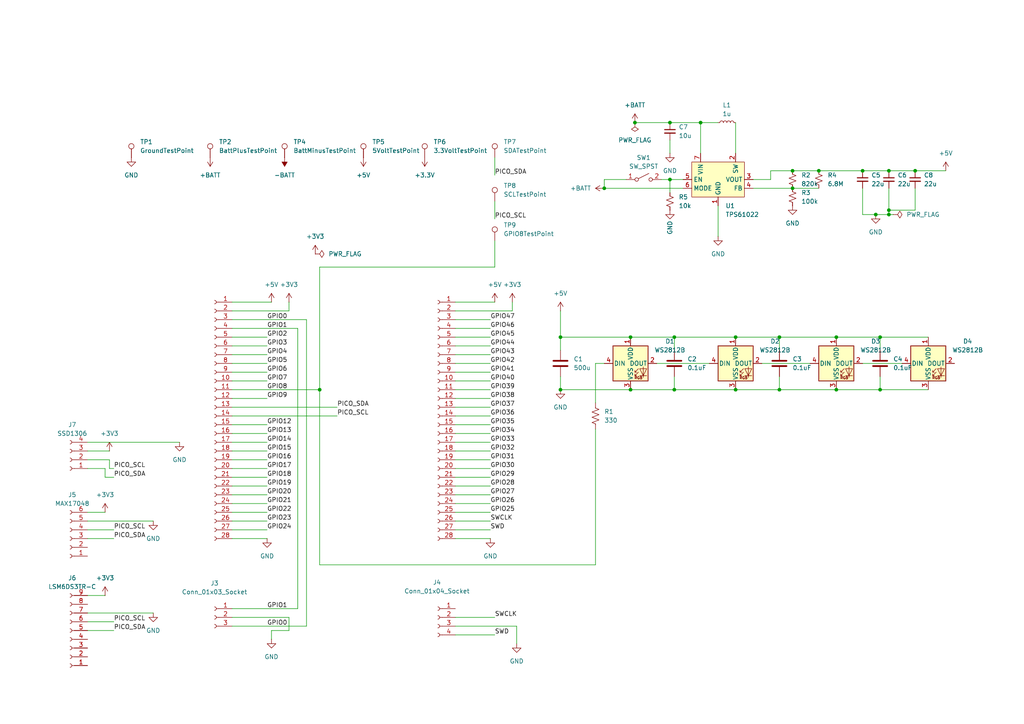
<source format=kicad_sch>
(kicad_sch (version 20250114) (generator "eeschema") (generator_version "9.0")
  (paper "A4")
  (lib_symbols
    (symbol "Connector:Conn_01x03_Socket" (pin_names (offset 1.016) (hide yes))
      (property "Reference" "J" (at 0 5.08 0))
      (property "Value" "Conn_01x03_Socket" (at 0 -5.08 0))
      (symbol "Conn_01x03_Socket_1_1"
        (polyline (pts (xy -1.27 2.54) (xy -0.508 2.54)) (stroke (width 0.1524)))
        (polyline (pts (xy -1.27 0) (xy -0.508 0)) (stroke (width 0.1524)))
        (polyline (pts (xy -1.27 -2.54) (xy -0.508 -2.54)) (stroke (width 0.1524)))
        (arc (start 0 2.032) (mid -0.5058 2.54) (end 0 3.048) (stroke (width 0.1524)))
        (arc (start 0 -0.508) (mid -0.5058 0) (end 0 0.508) (stroke (width 0.1524)))
        (arc (start 0 -3.048) (mid -0.5058 -2.54) (end 0 -2.032) (stroke (width 0.1524)))
        (pin passive line (at -5.08 2.54 0) (length 3.81) (name "Pin_1") (number "1"))
        (pin passive line (at -5.08 0 0) (length 3.81) (name "Pin_2") (number "2"))
        (pin passive line (at -5.08 -2.54 0) (length 3.81) (name "Pin_3") (number "3"))
      )
    )
    (symbol "Connector:Conn_01x04_Socket" (pin_names (offset 1.016) (hide yes))
      (property "Reference" "J" (at 0 5.08 0))
      (property "Value" "Conn_01x04_Socket" (at 0 -7.62 0))
      (symbol "Conn_01x04_Socket_1_1"
        (polyline (pts (xy -1.27 2.54) (xy -0.508 2.54)) (stroke (width 0.1524)))
        (polyline (pts (xy -1.27 0) (xy -0.508 0)) (stroke (width 0.1524)))
        (polyline (pts (xy -1.27 -2.54) (xy -0.508 -2.54)) (stroke (width 0.1524)))
        (polyline (pts (xy -1.27 -5.08) (xy -0.508 -5.08)) (stroke (width 0.1524)))
        (arc (start 0 2.032) (mid -0.5058 2.54) (end 0 3.048) (stroke (width 0.1524)))
        (arc (start 0 -0.508) (mid -0.5058 0) (end 0 0.508) (stroke (width 0.1524)))
        (arc (start 0 -3.048) (mid -0.5058 -2.54) (end 0 -2.032) (stroke (width 0.1524)))
        (arc (start 0 -5.588) (mid -0.5058 -5.08) (end 0 -4.572) (stroke (width 0.1524)))
        (pin passive line (at -5.08 2.54 0) (length 3.81) (name "Pin_1") (number "1"))
        (pin passive line (at -5.08 0 0) (length 3.81) (name "Pin_2") (number "2"))
        (pin passive line (at -5.08 -2.54 0) (length 3.81) (name "Pin_3") (number "3"))
        (pin passive line (at -5.08 -5.08 0) (length 3.81) (name "Pin_4") (number "4"))
      )
    )
    (symbol "Connector:Conn_01x06_Socket" (pin_names (offset 1.016) (hide yes))
      (property "Reference" "J" (at 0 7.62 0))
      (property "Value" "Conn_01x06_Socket" (at 0 -10.16 0))
      (symbol "Conn_01x06_Socket_1_1"
        (polyline (pts (xy -1.27 5.08) (xy -0.508 5.08)) (stroke (width 0.1524)))
        (polyline (pts (xy -1.27 2.54) (xy -0.508 2.54)) (stroke (width 0.1524)))
        (polyline (pts (xy -1.27 0) (xy -0.508 0)) (stroke (width 0.1524)))
        (polyline (pts (xy -1.27 -2.54) (xy -0.508 -2.54)) (stroke (width 0.1524)))
        (polyline (pts (xy -1.27 -5.08) (xy -0.508 -5.08)) (stroke (width 0.1524)))
        (polyline (pts (xy -1.27 -7.62) (xy -0.508 -7.62)) (stroke (width 0.1524)))
        (arc (start 0 4.572) (mid -0.5058 5.08) (end 0 5.588) (stroke (width 0.1524)))
        (arc (start 0 2.032) (mid -0.5058 2.54) (end 0 3.048) (stroke (width 0.1524)))
        (arc (start 0 -0.508) (mid -0.5058 0) (end 0 0.508) (stroke (width 0.1524)))
        (arc (start 0 -3.048) (mid -0.5058 -2.54) (end 0 -2.032) (stroke (width 0.1524)))
        (arc (start 0 -5.588) (mid -0.5058 -5.08) (end 0 -4.572) (stroke (width 0.1524)))
        (arc (start 0 -8.128) (mid -0.5058 -7.62) (end 0 -7.112) (stroke (width 0.1524)))
        (pin passive line (at -5.08 5.08 0) (length 3.81) (name "Pin_1") (number "1"))
        (pin passive line (at -5.08 2.54 0) (length 3.81) (name "Pin_2") (number "2"))
        (pin passive line (at -5.08 0 0) (length 3.81) (name "Pin_3") (number "3"))
        (pin passive line (at -5.08 -2.54 0) (length 3.81) (name "Pin_4") (number "4"))
        (pin passive line (at -5.08 -5.08 0) (length 3.81) (name "Pin_5") (number "5"))
        (pin passive line (at -5.08 -7.62 0) (length 3.81) (name "Pin_6") (number "6"))
      )
    )
    (symbol "Connector:Conn_01x09_Socket" (pin_names (offset 1.016) (hide yes))
      (property "Reference" "J" (at 0 12.7 0))
      (property "Value" "Conn_01x09_Socket" (at 0 -12.7 0))
      (symbol "Conn_01x09_Socket_1_1"
        (polyline (pts (xy -1.27 10.16) (xy -0.508 10.16)) (stroke (width 0.1524)))
        (polyline (pts (xy -1.27 7.62) (xy -0.508 7.62)) (stroke (width 0.1524)))
        (polyline (pts (xy -1.27 5.08) (xy -0.508 5.08)) (stroke (width 0.1524)))
        (polyline (pts (xy -1.27 2.54) (xy -0.508 2.54)) (stroke (width 0.1524)))
        (polyline (pts (xy -1.27 0) (xy -0.508 0)) (stroke (width 0.1524)))
        (polyline (pts (xy -1.27 -2.54) (xy -0.508 -2.54)) (stroke (width 0.1524)))
        (polyline (pts (xy -1.27 -5.08) (xy -0.508 -5.08)) (stroke (width 0.1524)))
        (polyline (pts (xy -1.27 -7.62) (xy -0.508 -7.62)) (stroke (width 0.1524)))
        (polyline (pts (xy -1.27 -10.16) (xy -0.508 -10.16)) (stroke (width 0.1524)))
        (arc (start 0 9.652) (mid -0.5058 10.16) (end 0 10.668) (stroke (width 0.1524)))
        (arc (start 0 7.112) (mid -0.5058 7.62) (end 0 8.128) (stroke (width 0.1524)))
        (arc (start 0 4.572) (mid -0.5058 5.08) (end 0 5.588) (stroke (width 0.1524)))
        (arc (start 0 2.032) (mid -0.5058 2.54) (end 0 3.048) (stroke (width 0.1524)))
        (arc (start 0 -0.508) (mid -0.5058 0) (end 0 0.508) (stroke (width 0.1524)))
        (arc (start 0 -3.048) (mid -0.5058 -2.54) (end 0 -2.032) (stroke (width 0.1524)))
        (arc (start 0 -5.588) (mid -0.5058 -5.08) (end 0 -4.572) (stroke (width 0.1524)))
        (arc (start 0 -8.128) (mid -0.5058 -7.62) (end 0 -7.112) (stroke (width 0.1524)))
        (arc (start 0 -10.668) (mid -0.5058 -10.16) (end 0 -9.652) (stroke (width 0.1524)))
        (pin passive line (at -5.08 10.16 0) (length 3.81) (name "Pin_1") (number "1"))
        (pin passive line (at -5.08 7.62 0) (length 3.81) (name "Pin_2") (number "2"))
        (pin passive line (at -5.08 5.08 0) (length 3.81) (name "Pin_3") (number "3"))
        (pin passive line (at -5.08 2.54 0) (length 3.81) (name "Pin_4") (number "4"))
        (pin passive line (at -5.08 0 0) (length 3.81) (name "Pin_5") (number "5"))
        (pin passive line (at -5.08 -2.54 0) (length 3.81) (name "Pin_6") (number "6"))
        (pin passive line (at -5.08 -5.08 0) (length 3.81) (name "Pin_7") (number "7"))
        (pin passive line (at -5.08 -7.62 0) (length 3.81) (name "Pin_8") (number "8"))
        (pin passive line (at -5.08 -10.16 0) (length 3.81) (name "Pin_9") (number "9"))
      )
    )
    (symbol "Connector:Conn_01x28_Socket" (pin_names (offset 1.016) (hide yes))
      (property "Reference" "J" (at 0 35.56 0))
      (property "Value" "Conn_01x28_Socket" (at 0 -38.1 0))
      (symbol "Conn_01x28_Socket_1_1"
        (polyline (pts (xy -1.27 33.02) (xy -0.508 33.02)) (stroke (width 0.1524)))
        (polyline (pts (xy -1.27 30.48) (xy -0.508 30.48)) (stroke (width 0.1524)))
        (polyline (pts (xy -1.27 27.94) (xy -0.508 27.94)) (stroke (width 0.1524)))
        (polyline (pts (xy -1.27 25.4) (xy -0.508 25.4)) (stroke (width 0.1524)))
        (polyline (pts (xy -1.27 22.86) (xy -0.508 22.86)) (stroke (width 0.1524)))
        (polyline (pts (xy -1.27 20.32) (xy -0.508 20.32)) (stroke (width 0.1524)))
        (polyline (pts (xy -1.27 17.78) (xy -0.508 17.78)) (stroke (width 0.1524)))
        (polyline (pts (xy -1.27 15.24) (xy -0.508 15.24)) (stroke (width 0.1524)))
        (polyline (pts (xy -1.27 12.7) (xy -0.508 12.7)) (stroke (width 0.1524)))
        (polyline (pts (xy -1.27 10.16) (xy -0.508 10.16)) (stroke (width 0.1524)))
        (polyline (pts (xy -1.27 7.62) (xy -0.508 7.62)) (stroke (width 0.1524)))
        (polyline (pts (xy -1.27 5.08) (xy -0.508 5.08)) (stroke (width 0.1524)))
        (polyline (pts (xy -1.27 2.54) (xy -0.508 2.54)) (stroke (width 0.1524)))
        (polyline (pts (xy -1.27 0) (xy -0.508 0)) (stroke (width 0.1524)))
        (polyline (pts (xy -1.27 -2.54) (xy -0.508 -2.54)) (stroke (width 0.1524)))
        (polyline (pts (xy -1.27 -5.08) (xy -0.508 -5.08)) (stroke (width 0.1524)))
        (polyline (pts (xy -1.27 -7.62) (xy -0.508 -7.62)) (stroke (width 0.1524)))
        (polyline (pts (xy -1.27 -10.16) (xy -0.508 -10.16)) (stroke (width 0.1524)))
        (polyline (pts (xy -1.27 -12.7) (xy -0.508 -12.7)) (stroke (width 0.1524)))
        (polyline (pts (xy -1.27 -15.24) (xy -0.508 -15.24)) (stroke (width 0.1524)))
        (polyline (pts (xy -1.27 -17.78) (xy -0.508 -17.78)) (stroke (width 0.1524)))
        (polyline (pts (xy -1.27 -20.32) (xy -0.508 -20.32)) (stroke (width 0.1524)))
        (polyline (pts (xy -1.27 -22.86) (xy -0.508 -22.86)) (stroke (width 0.1524)))
        (polyline (pts (xy -1.27 -25.4) (xy -0.508 -25.4)) (stroke (width 0.1524)))
        (polyline (pts (xy -1.27 -27.94) (xy -0.508 -27.94)) (stroke (width 0.1524)))
        (polyline (pts (xy -1.27 -30.48) (xy -0.508 -30.48)) (stroke (width 0.1524)))
        (polyline (pts (xy -1.27 -33.02) (xy -0.508 -33.02)) (stroke (width 0.1524)))
        (polyline (pts (xy -1.27 -35.56) (xy -0.508 -35.56)) (stroke (width 0.1524)))
        (arc (start 0 32.512) (mid -0.5058 33.02) (end 0 33.528) (stroke (width 0.1524)))
        (arc (start 0 29.972) (mid -0.5058 30.48) (end 0 30.988) (stroke (width 0.1524)))
        (arc (start 0 27.432) (mid -0.5058 27.94) (end 0 28.448) (stroke (width 0.1524)))
        (arc (start 0 24.892) (mid -0.5058 25.4) (end 0 25.908) (stroke (width 0.1524)))
        (arc (start 0 22.352) (mid -0.5058 22.86) (end 0 23.368) (stroke (width 0.1524)))
        (arc (start 0 19.812) (mid -0.5058 20.32) (end 0 20.828) (stroke (width 0.1524)))
        (arc (start 0 17.272) (mid -0.5058 17.78) (end 0 18.288) (stroke (width 0.1524)))
        (arc (start 0 14.732) (mid -0.5058 15.24) (end 0 15.748) (stroke (width 0.1524)))
        (arc (start 0 12.192) (mid -0.5058 12.7) (end 0 13.208) (stroke (width 0.1524)))
        (arc (start 0 9.652) (mid -0.5058 10.16) (end 0 10.668) (stroke (width 0.1524)))
        (arc (start 0 7.112) (mid -0.5058 7.62) (end 0 8.128) (stroke (width 0.1524)))
        (arc (start 0 4.572) (mid -0.5058 5.08) (end 0 5.588) (stroke (width 0.1524)))
        (arc (start 0 2.032) (mid -0.5058 2.54) (end 0 3.048) (stroke (width 0.1524)))
        (arc (start 0 -0.508) (mid -0.5058 0) (end 0 0.508) (stroke (width 0.1524)))
        (arc (start 0 -3.048) (mid -0.5058 -2.54) (end 0 -2.032) (stroke (width 0.1524)))
        (arc (start 0 -5.588) (mid -0.5058 -5.08) (end 0 -4.572) (stroke (width 0.1524)))
        (arc (start 0 -8.128) (mid -0.5058 -7.62) (end 0 -7.112) (stroke (width 0.1524)))
        (arc (start 0 -10.668) (mid -0.5058 -10.16) (end 0 -9.652) (stroke (width 0.1524)))
        (arc (start 0 -13.208) (mid -0.5058 -12.7) (end 0 -12.192) (stroke (width 0.1524)))
        (arc (start 0 -15.748) (mid -0.5058 -15.24) (end 0 -14.732) (stroke (width 0.1524)))
        (arc (start 0 -18.288) (mid -0.5058 -17.78) (end 0 -17.272) (stroke (width 0.1524)))
        (arc (start 0 -20.828) (mid -0.5058 -20.32) (end 0 -19.812) (stroke (width 0.1524)))
        (arc (start 0 -23.368) (mid -0.5058 -22.86) (end 0 -22.352) (stroke (width 0.1524)))
        (arc (start 0 -25.908) (mid -0.5058 -25.4) (end 0 -24.892) (stroke (width 0.1524)))
        (arc (start 0 -28.448) (mid -0.5058 -27.94) (end 0 -27.432) (stroke (width 0.1524)))
        (arc (start 0 -30.988) (mid -0.5058 -30.48) (end 0 -29.972) (stroke (width 0.1524)))
        (arc (start 0 -33.528) (mid -0.5058 -33.02) (end 0 -32.512) (stroke (width 0.1524)))
        (arc (start 0 -36.068) (mid -0.5058 -35.56) (end 0 -35.052) (stroke (width 0.1524)))
        (pin passive line (at -5.08 33.02 0) (length 3.81) (name "Pin_1") (number "1"))
        (pin passive line (at -5.08 30.48 0) (length 3.81) (name "Pin_2") (number "2"))
        (pin passive line (at -5.08 27.94 0) (length 3.81) (name "Pin_3") (number "3"))
        (pin passive line (at -5.08 25.4 0) (length 3.81) (name "Pin_4") (number "4"))
        (pin passive line (at -5.08 22.86 0) (length 3.81) (name "Pin_5") (number "5"))
        (pin passive line (at -5.08 20.32 0) (length 3.81) (name "Pin_6") (number "6"))
        (pin passive line (at -5.08 17.78 0) (length 3.81) (name "Pin_7") (number "7"))
        (pin passive line (at -5.08 15.24 0) (length 3.81) (name "Pin_8") (number "8"))
        (pin passive line (at -5.08 12.7 0) (length 3.81) (name "Pin_9") (number "9"))
        (pin passive line (at -5.08 10.16 0) (length 3.81) (name "Pin_10") (number "10"))
        (pin passive line (at -5.08 7.62 0) (length 3.81) (name "Pin_11") (number "11"))
        (pin passive line (at -5.08 5.08 0) (length 3.81) (name "Pin_12") (number "12"))
        (pin passive line (at -5.08 2.54 0) (length 3.81) (name "Pin_13") (number "13"))
        (pin passive line (at -5.08 0 0) (length 3.81) (name "Pin_14") (number "14"))
        (pin passive line (at -5.08 -2.54 0) (length 3.81) (name "Pin_15") (number "15"))
        (pin passive line (at -5.08 -5.08 0) (length 3.81) (name "Pin_16") (number "16"))
        (pin passive line (at -5.08 -7.62 0) (length 3.81) (name "Pin_17") (number "17"))
        (pin passive line (at -5.08 -10.16 0) (length 3.81) (name "Pin_18") (number "18"))
        (pin passive line (at -5.08 -12.7 0) (length 3.81) (name "Pin_19") (number "19"))
        (pin passive line (at -5.08 -15.24 0) (length 3.81) (name "Pin_20") (number "20"))
        (pin passive line (at -5.08 -17.78 0) (length 3.81) (name "Pin_21") (number "21"))
        (pin passive line (at -5.08 -20.32 0) (length 3.81) (name "Pin_22") (number "22"))
        (pin passive line (at -5.08 -22.86 0) (length 3.81) (name "Pin_23") (number "23"))
        (pin passive line (at -5.08 -25.4 0) (length 3.81) (name "Pin_24") (number "24"))
        (pin passive line (at -5.08 -27.94 0) (length 3.81) (name "Pin_25") (number "25"))
        (pin passive line (at -5.08 -30.48 0) (length 3.81) (name "Pin_26") (number "26"))
        (pin passive line (at -5.08 -33.02 0) (length 3.81) (name "Pin_27") (number "27"))
        (pin passive line (at -5.08 -35.56 0) (length 3.81) (name "Pin_28") (number "28"))
      )
    )
    (symbol "Connector:TestPoint" (pin_numbers (hide yes)) (pin_names (offset 0.762) (hide yes))
      (property "Reference" "TP" (at 0 6.858 0))
      (property "Value" "TestPoint" (at 0 5.08 0))
      (symbol "TestPoint_0_1"
        (circle (center 0 3.302) (radius 0.762))
      )
      (symbol "TestPoint_1_1"
        (pin passive line (at 0 0 90) (length 2.54) (name "1") (number "1"))
      )
    )
    (symbol "Converter_DCDC:TPS61022"
      (property "Reference" "U" (at 0 7.62 0))
      (property "Value" "TPS61022" (at 7.62 -7.62 0))
      (symbol "TPS61022_1_1"
        (rectangle (start -7.62 5.08) (end 7.62 -5.08) (fill (type background)))
        (pin input line (at -10.16 0 0) (length 2.54) (name "EN") (number "5"))
        (pin input line (at -10.16 -2.54 0) (length 2.54) (name "MODE") (number "6"))
        (pin power_in line (at -5.08 7.62 270) (length 2.54) (name "VIN") (number "7"))
        (pin power_in line (at 0 -7.62 90) (length 2.54) (name "GND") (number "1"))
        (pin input line (at 5.08 7.62 270) (length 2.54) (name "SW") (number "2"))
        (pin power_out line (at 10.16 0 180) (length 2.54) (name "VOUT") (number "3"))
        (pin input line (at 10.16 -2.54 180) (length 2.54) (name "FB") (number "4"))
      )
    )
    (symbol "Device:C" (pin_numbers (hide yes)) (pin_names (offset 0.254))
      (property "Reference" "C" (at 0.635 2.54 0))
      (property "Value" "C" (at 0.635 -2.54 0))
      (symbol "C_0_1"
        (polyline (pts (xy -2.032 0.762) (xy 2.032 0.762)) (stroke (width 0.508)))
        (polyline (pts (xy -2.032 -0.762) (xy 2.032 -0.762)) (stroke (width 0.508)))
      )
      (symbol "C_1_1"
        (pin passive line (at 0 3.81 270) (length 2.794) (name "~") (number "1"))
        (pin passive line (at 0 -3.81 90) (length 2.794) (name "~") (number "2"))
      )
    )
    (symbol "Device:C_Small" (pin_numbers (hide yes)) (pin_names (offset 0.254) (hide yes))
      (property "Reference" "C" (at 0.254 1.778 0))
      (property "Value" "C_Small" (at 0.254 -2.032 0))
      (symbol "C_Small_0_1"
        (polyline (pts (xy -1.524 0.508) (xy 1.524 0.508)) (stroke (width 0.3048)))
        (polyline (pts (xy -1.524 -0.508) (xy 1.524 -0.508)) (stroke (width 0.3302)))
      )
      (symbol "C_Small_1_1"
        (pin passive line (at 0 2.54 270) (length 2.032) (name "~") (number "1"))
        (pin passive line (at 0 -2.54 90) (length 2.032) (name "~") (number "2"))
      )
    )
    (symbol "Device:L_Small" (pin_numbers (hide yes)) (pin_names (offset 0.254) (hide yes))
      (property "Reference" "L" (at 0.762 1.016 0))
      (property "Value" "L_Small" (at 0.762 -1.016 0))
      (symbol "L_Small_0_1"
        (arc (start 0 2.032) (mid 0.5058 1.524) (end 0 1.016))
        (arc (start 0 1.016) (mid 0.5058 0.508) (end 0 0))
        (arc (start 0 0) (mid 0.5058 -0.508) (end 0 -1.016))
        (arc (start 0 -1.016) (mid 0.5058 -1.524) (end 0 -2.032))
      )
      (symbol "L_Small_1_1"
        (pin passive line (at 0 2.54 270) (length 0.508) (name "~") (number "1"))
        (pin passive line (at 0 -2.54 90) (length 0.508) (name "~") (number "2"))
      )
    )
    (symbol "Device:R_Small_US" (pin_numbers (hide yes)) (pin_names (offset 0.254) (hide yes))
      (property "Reference" "R" (at 0.762 0.508 0))
      (property "Value" "R_Small_US" (at 0.762 -1.016 0))
      (symbol "R_Small_US_1_1"
        (polyline (pts (xy 0 1.524) (xy 1.016 1.143) (xy 0 0.762) (xy -1.016 0.381) (xy 0 0)))
        (polyline (pts (xy 0 0) (xy 1.016 -0.381) (xy 0 -0.762) (xy -1.016 -1.143) (xy 0 -1.524)))
        (pin passive line (at 0 2.54 270) (length 1.016) (name "~") (number "1"))
        (pin passive line (at 0 -2.54 90) (length 1.016) (name "~") (number "2"))
      )
    )
    (symbol "Device:R_US" (pin_numbers (hide yes)) (pin_names (offset 0))
      (property "Reference" "R" (at 2.54 0 90))
      (property "Value" "R_US" (at -2.54 0 90))
      (symbol "R_US_0_1"
        (polyline (pts (xy 0 2.286) (xy 0 2.54)))
        (polyline (pts (xy 0 2.286) (xy 1.016 1.905) (xy 0 1.524) (xy -1.016 1.143) (xy 0 0.762)))
        (polyline (pts (xy 0 0.762) (xy 1.016 0.381) (xy 0 0) (xy -1.016 -0.381) (xy 0 -0.762)))
        (polyline (pts (xy 0 -0.762) (xy 1.016 -1.143) (xy 0 -1.524) (xy -1.016 -1.905) (xy 0 -2.286)))
        (polyline (pts (xy 0 -2.286) (xy 0 -2.54)))
      )
      (symbol "R_US_1_1"
        (pin passive line (at 0 3.81 270) (length 1.27) (name "~") (number "1"))
        (pin passive line (at 0 -3.81 90) (length 1.27) (name "~") (number "2"))
      )
    )
    (symbol "LED:WS2812B" (pin_names (offset 0.254))
      (property "Reference" "D" (at 5.08 5.715 0))
      (property "Value" "WS2812B" (at 1.27 -5.715 0))
      (symbol "WS2812B_0_0"
        (text "RGB" (at 2.286 -4.191 0) (effects (font (size 0.762 0.762))))
      )
      (symbol "WS2812B_0_1"
        (polyline (pts (xy 1.27 -2.54) (xy 1.778 -2.54)))
        (polyline (pts (xy 1.27 -3.556) (xy 1.778 -3.556)))
        (polyline (pts (xy 2.286 -1.524) (xy 1.27 -2.54) (xy 1.27 -2.032)))
        (polyline (pts (xy 2.286 -2.54) (xy 1.27 -3.556) (xy 1.27 -3.048)))
        (polyline (pts (xy 3.683 -1.016) (xy 3.683 -3.556) (xy 3.683 -4.064)))
        (polyline (pts (xy 4.699 -1.524) (xy 2.667 -1.524) (xy 3.683 -3.556) (xy 4.699 -1.524)))
        (polyline (pts (xy 4.699 -3.556) (xy 2.667 -3.556)))
        (rectangle (start 5.08 5.08) (end -5.08 -5.08) (stroke (width 0.254)) (fill (type background)))
      )
      (symbol "WS2812B_1_1"
        (pin input line (at -7.62 0 0) (length 2.54) (name "DIN") (number "4"))
        (pin power_in line (at 0 7.62 270) (length 2.54) (name "VDD") (number "1"))
        (pin power_in line (at 0 -7.62 90) (length 2.54) (name "VSS") (number "3"))
        (pin output line (at 7.62 0 180) (length 2.54) (name "DOUT") (number "2"))
      )
    )
    (symbol "Switch:SW_SPST" (pin_names (offset 0) (hide yes))
      (property "Reference" "SW" (at 0 3.175 0))
      (property "Value" "SW_SPST" (at 0 -2.54 0))
      (symbol "SW_SPST_0_0"
        (circle (center -2.032 0) (radius 0.508))
        (polyline (pts (xy -1.524 0.254) (xy 1.524 1.778)))
        (circle (center 2.032 0) (radius 0.508))
      )
      (symbol "SW_SPST_1_1"
        (pin passive line (at -5.08 0 0) (length 2.54) (name "A") (number "1"))
        (pin passive line (at 5.08 0 180) (length 2.54) (name "B") (number "2"))
      )
    )
    (symbol "power:+3.3V" (power) (pin_numbers (hide yes)) (pin_names (offset 0) (hide yes))
      (property "Value" "+3.3V" (at 0 3.556 0))
      (symbol "+3.3V_0_1"
        (polyline (pts (xy -0.762 1.27) (xy 0 2.54)))
        (polyline (pts (xy 0 2.54) (xy 0.762 1.27)))
        (polyline (pts (xy 0 0) (xy 0 2.54)))
      )
      (symbol "+3.3V_1_1"
        (pin power_in line (at 0 0 90) (length 0) (name "~") (number "1"))
      )
    )
    (symbol "power:+3V3" (power) (pin_numbers (hide yes)) (pin_names (offset 0) (hide yes))
      (property "Value" "+3V3" (at 0 3.556 0))
      (symbol "+3V3_0_1"
        (polyline (pts (xy -0.762 1.27) (xy 0 2.54)))
        (polyline (pts (xy 0 2.54) (xy 0.762 1.27)))
        (polyline (pts (xy 0 0) (xy 0 2.54)))
      )
      (symbol "+3V3_1_1"
        (pin power_in line (at 0 0 90) (length 0) (name "~") (number "1"))
      )
    )
    (symbol "power:+5V" (power) (pin_numbers (hide yes)) (pin_names (offset 0) (hide yes))
      (property "Value" "+5V" (at 0 3.556 0))
      (symbol "+5V_0_1"
        (polyline (pts (xy -0.762 1.27) (xy 0 2.54)))
        (polyline (pts (xy 0 2.54) (xy 0.762 1.27)))
        (polyline (pts (xy 0 0) (xy 0 2.54)))
      )
      (symbol "+5V_1_1"
        (pin power_in line (at 0 0 90) (length 0) (name "~") (number "1"))
      )
    )
    (symbol "power:+BATT" (power) (pin_numbers (hide yes)) (pin_names (offset 0) (hide yes))
      (property "Value" "+BATT" (at 0 3.556 0))
      (symbol "+BATT_0_1"
        (polyline (pts (xy -0.762 1.27) (xy 0 2.54)))
        (polyline (pts (xy 0 2.54) (xy 0.762 1.27)))
        (polyline (pts (xy 0 0) (xy 0 2.54)))
      )
      (symbol "+BATT_1_1"
        (pin power_in line (at 0 0 90) (length 0) (name "~") (number "1"))
      )
    )
    (symbol "power:-BATT" (power) (pin_numbers (hide yes)) (pin_names (offset 0) (hide yes))
      (property "Value" "-BATT" (at 0 3.556 0))
      (symbol "-BATT_0_1"
        (polyline (pts (xy 0 0) (xy 0 2.54)))
        (polyline (pts (xy 0.762 1.27) (xy -0.762 1.27) (xy 0 2.54) (xy 0.762 1.27)) (fill (type outline)))
      )
      (symbol "-BATT_1_1"
        (pin power_in line (at 0 0 90) (length 0) (name "~") (number "1"))
      )
    )
    (symbol "power:GND" (power) (pin_numbers (hide yes)) (pin_names (offset 0) (hide yes))
      (property "Value" "GND" (at 0 -3.81 0))
      (symbol "GND_0_1"
        (polyline (pts (xy 0 0) (xy 0 -1.27) (xy 1.27 -1.27) (xy 0 -2.54) (xy -1.27 -1.27) (xy 0 -1.27)))
      )
      (symbol "GND_1_1"
        (pin power_in line (at 0 0 270) (length 0) (name "~") (number "1"))
      )
    )
    (symbol "power:PWR_FLAG" (power) (pin_numbers (hide yes)) (pin_names (offset 0) (hide yes))
      (property "Value" "PWR_FLAG" (at 0 3.81 0))
      (symbol "PWR_FLAG_0_0"
        (pin power_out line (at 0 0 90) (length 0) (name "~") (number "1"))
      )
      (symbol "PWR_FLAG_0_1"
        (polyline (pts (xy 0 0) (xy 0 1.27) (xy -1.016 1.905) (xy 0 2.54) (xy 1.016 1.905) (xy 0 1.27)))
      )
    )
  )
  (junction (at 175.26 54.61))
  (junction (at 203.2 35.56))
  (junction (at 213.36 113.03))
  (junction (at 237.49 49.53))
  (junction (at 194.31 35.56))
  (junction (at 195.58 97.79))
  (junction (at 257.81 62.23))
  (junction (at 92.71 113.03))
  (junction (at 257.81 49.53))
  (junction (at 195.58 113.03))
  (junction (at 162.56 113.03))
  (junction (at 213.36 97.79))
  (junction (at 257.81 60.96))
  (junction (at 182.88 97.79))
  (junction (at 250.19 49.53))
  (junction (at 242.57 113.03))
  (junction (at 226.06 113.03))
  (junction (at 229.87 49.53))
  (junction (at 265.43 49.53))
  (junction (at 226.06 97.79))
  (junction (at 162.56 97.79))
  (junction (at 255.27 113.03))
  (junction (at 184.15 35.56))
  (junction (at 242.57 97.79))
  (junction (at 254 62.23))
  (junction (at 194.31 52.07))
  (junction (at 229.87 54.61))
  (junction (at 255.27 97.79))
  (junction (at 182.88 113.03))
  (wire (pts (xy 142.24 115.57) (xy 132.08 115.57)))
  (wire (pts (xy 67.31 148.59) (xy 77.47 148.59)))
  (wire (pts (xy 142.24 92.71) (xy 132.08 92.71)))
  (wire (pts (xy 175.26 52.07) (xy 175.26 54.61)))
  (wire (pts (xy 213.36 97.79) (xy 226.06 97.79)))
  (wire (pts (xy 25.4 130.81) (xy 31.75 130.81)))
  (wire (pts (xy 67.31 135.89) (xy 77.47 135.89)))
  (wire (pts (xy 142.24 102.87) (xy 132.08 102.87)))
  (wire (pts (xy 67.31 156.21) (xy 77.47 156.21)))
  (wire (pts (xy 242.57 113.03) (xy 255.27 113.03)))
  (wire (pts (xy 257.81 54.61) (xy 257.81 60.96)))
  (wire (pts (xy 67.31 123.19) (xy 77.47 123.19)))
  (wire (pts (xy 67.31 153.67) (xy 77.47 153.67)))
  (wire (pts (xy 142.24 133.35) (xy 132.08 133.35)))
  (wire (pts (xy 162.56 109.22) (xy 162.56 113.03)))
  (wire (pts (xy 67.31 146.05) (xy 77.47 146.05)))
  (wire (pts (xy 265.43 54.61) (xy 265.43 60.96)))
  (wire (pts (xy 67.31 128.27) (xy 77.47 128.27)))
  (wire (pts (xy 67.31 130.81) (xy 77.47 130.81)))
  (wire (pts (xy 195.58 113.03) (xy 213.36 113.03)))
  (wire (pts (xy 229.87 49.53) (xy 237.49 49.53)))
  (wire (pts (xy 194.31 40.64) (xy 194.31 44.45)))
  (wire (pts (xy 30.48 138.43) (xy 33.02 138.43)))
  (wire (pts (xy 172.72 163.83) (xy 92.71 163.83)))
  (wire (pts (xy 25.4 182.88) (xy 33.02 182.88)))
  (wire (pts (xy 220.98 105.41) (xy 234.95 105.41)))
  (wire (pts (xy 142.24 125.73) (xy 132.08 125.73)))
  (wire (pts (xy 142.24 148.59) (xy 132.08 148.59)))
  (wire (pts (xy 226.06 97.79) (xy 242.57 97.79)))
  (wire (pts (xy 143.51 58.42) (xy 143.51 63.5)))
  (wire (pts (xy 255.27 113.03) (xy 269.24 113.03)))
  (wire (pts (xy 142.24 120.65) (xy 132.08 120.65)))
  (wire (pts (xy 142.24 143.51) (xy 132.08 143.51)))
  (wire (pts (xy 237.49 49.53) (xy 250.19 49.53)))
  (wire (pts (xy 83.82 179.07) (xy 83.82 182.88)))
  (wire (pts (xy 250.19 49.53) (xy 257.81 49.53)))
  (wire (pts (xy 142.24 107.95) (xy 132.08 107.95)))
  (wire (pts (xy 191.77 52.07) (xy 194.31 52.07)))
  (wire (pts (xy 257.81 60.96) (xy 257.81 62.23)))
  (wire (pts (xy 67.31 90.17) (xy 83.82 90.17)))
  (wire (pts (xy 67.31 102.87) (xy 77.47 102.87)))
  (wire (pts (xy 132.08 184.15) (xy 143.51 184.15)))
  (wire (pts (xy 195.58 97.79) (xy 213.36 97.79)))
  (wire (pts (xy 143.51 69.85) (xy 143.51 77.47)))
  (wire (pts (xy 213.36 35.56) (xy 213.36 44.45)))
  (wire (pts (xy 142.24 118.11) (xy 132.08 118.11)))
  (wire (pts (xy 88.9 92.71) (xy 88.9 181.61)))
  (wire (pts (xy 67.31 118.11) (xy 97.79 118.11)))
  (wire (pts (xy 142.24 105.41) (xy 132.08 105.41)))
  (wire (pts (xy 132.08 179.07) (xy 143.51 179.07)))
  (wire (pts (xy 265.43 49.53) (xy 274.32 49.53)))
  (wire (pts (xy 132.08 87.63) (xy 143.51 87.63)))
  (wire (pts (xy 142.24 130.81) (xy 132.08 130.81)))
  (wire (pts (xy 162.56 113.03) (xy 182.88 113.03)))
  (wire (pts (xy 142.24 138.43) (xy 132.08 138.43)))
  (wire (pts (xy 142.24 123.19) (xy 132.08 123.19)))
  (wire (pts (xy 250.19 62.23) (xy 254 62.23)))
  (wire (pts (xy 203.2 35.56) (xy 208.28 35.56)))
  (wire (pts (xy 182.88 113.03) (xy 195.58 113.03)))
  (wire (pts (xy 25.4 156.21) (xy 33.02 156.21)))
  (wire (pts (xy 67.31 176.53) (xy 86.36 176.53)))
  (wire (pts (xy 25.4 148.59) (xy 30.48 148.59)))
  (wire (pts (xy 172.72 105.41) (xy 175.26 105.41)))
  (wire (pts (xy 172.72 124.46) (xy 172.72 163.83)))
  (wire (pts (xy 142.24 95.25) (xy 132.08 95.25)))
  (wire (pts (xy 132.08 181.61) (xy 149.86 181.61)))
  (wire (pts (xy 67.31 100.33) (xy 77.47 100.33)))
  (wire (pts (xy 223.52 52.07) (xy 223.52 49.53)))
  (wire (pts (xy 226.06 97.79) (xy 226.06 101.6)))
  (wire (pts (xy 255.27 97.79) (xy 269.24 97.79)))
  (wire (pts (xy 67.31 181.61) (xy 88.9 181.61)))
  (wire (pts (xy 142.24 146.05) (xy 132.08 146.05)))
  (wire (pts (xy 250.19 54.61) (xy 250.19 62.23)))
  (wire (pts (xy 226.06 109.22) (xy 226.06 113.03)))
  (wire (pts (xy 25.4 172.72) (xy 30.48 172.72)))
  (wire (pts (xy 67.31 179.07) (xy 83.82 179.07)))
  (wire (pts (xy 142.24 97.79) (xy 132.08 97.79)))
  (wire (pts (xy 257.81 49.53) (xy 265.43 49.53)))
  (wire (pts (xy 208.28 59.69) (xy 208.28 68.58)))
  (wire (pts (xy 143.51 77.47) (xy 92.71 77.47)))
  (wire (pts (xy 67.31 120.65) (xy 97.79 120.65)))
  (wire (pts (xy 25.4 151.13) (xy 44.45 151.13)))
  (wire (pts (xy 25.4 135.89) (xy 30.48 135.89)))
  (wire (pts (xy 195.58 97.79) (xy 195.58 101.6)))
  (wire (pts (xy 132.08 156.21) (xy 142.24 156.21)))
  (wire (pts (xy 250.19 105.41) (xy 261.62 105.41)))
  (wire (pts (xy 78.74 182.88) (xy 78.74 185.42)))
  (wire (pts (xy 31.75 135.89) (xy 31.75 133.35)))
  (wire (pts (xy 194.31 35.56) (xy 203.2 35.56)))
  (wire (pts (xy 229.87 54.61) (xy 237.49 54.61)))
  (wire (pts (xy 223.52 49.53) (xy 229.87 49.53)))
  (wire (pts (xy 143.51 45.72) (xy 143.51 50.8)))
  (wire (pts (xy 265.43 60.96) (xy 257.81 60.96)))
  (wire (pts (xy 255.27 97.79) (xy 255.27 101.6)))
  (wire (pts (xy 67.31 143.51) (xy 77.47 143.51)))
  (wire (pts (xy 259.08 62.23) (xy 257.81 62.23)))
  (wire (pts (xy 142.24 140.97) (xy 132.08 140.97)))
  (wire (pts (xy 25.4 177.8) (xy 44.45 177.8)))
  (wire (pts (xy 257.81 62.23) (xy 254 62.23)))
  (wire (pts (xy 67.31 113.03) (xy 92.71 113.03)))
  (wire (pts (xy 67.31 87.63) (xy 78.74 87.63)))
  (wire (pts (xy 132.08 151.13) (xy 142.24 151.13)))
  (wire (pts (xy 25.4 128.27) (xy 52.07 128.27)))
  (wire (pts (xy 142.24 128.27) (xy 132.08 128.27)))
  (wire (pts (xy 218.44 54.61) (xy 229.87 54.61)))
  (wire (pts (xy 86.36 95.25) (xy 86.36 176.53)))
  (wire (pts (xy 67.31 95.25) (xy 86.36 95.25)))
  (wire (pts (xy 67.31 110.49) (xy 77.47 110.49)))
  (wire (pts (xy 162.56 97.79) (xy 182.88 97.79)))
  (wire (pts (xy 162.56 90.17) (xy 162.56 97.79)))
  (wire (pts (xy 67.31 107.95) (xy 77.47 107.95)))
  (wire (pts (xy 132.08 90.17) (xy 148.59 90.17)))
  (wire (pts (xy 92.71 77.47) (xy 92.71 113.03)))
  (wire (pts (xy 194.31 52.07) (xy 194.31 55.88)))
  (wire (pts (xy 67.31 133.35) (xy 77.47 133.35)))
  (wire (pts (xy 67.31 138.43) (xy 77.47 138.43)))
  (wire (pts (xy 25.4 133.35) (xy 31.75 133.35)))
  (wire (pts (xy 242.57 97.79) (xy 255.27 97.79)))
  (wire (pts (xy 33.02 135.89) (xy 31.75 135.89)))
  (wire (pts (xy 30.48 135.89) (xy 30.48 138.43)))
  (wire (pts (xy 195.58 109.22) (xy 195.58 113.03)))
  (wire (pts (xy 67.31 105.41) (xy 77.47 105.41)))
  (wire (pts (xy 162.56 97.79) (xy 162.56 101.6)))
  (wire (pts (xy 218.44 52.07) (xy 223.52 52.07)))
  (wire (pts (xy 83.82 182.88) (xy 78.74 182.88)))
  (wire (pts (xy 226.06 113.03) (xy 242.57 113.03)))
  (wire (pts (xy 213.36 113.03) (xy 226.06 113.03)))
  (wire (pts (xy 181.61 52.07) (xy 175.26 52.07)))
  (wire (pts (xy 142.24 135.89) (xy 132.08 135.89)))
  (wire (pts (xy 149.86 181.61) (xy 149.86 186.69)))
  (wire (pts (xy 25.4 153.67) (xy 33.02 153.67)))
  (wire (pts (xy 142.24 113.03) (xy 132.08 113.03)))
  (wire (pts (xy 67.31 140.97) (xy 77.47 140.97)))
  (wire (pts (xy 182.88 97.79) (xy 195.58 97.79)))
  (wire (pts (xy 83.82 87.63) (xy 83.82 90.17)))
  (wire (pts (xy 142.24 110.49) (xy 132.08 110.49)))
  (wire (pts (xy 148.59 87.63) (xy 148.59 90.17)))
  (wire (pts (xy 25.4 180.34) (xy 33.02 180.34)))
  (wire (pts (xy 67.31 125.73) (xy 77.47 125.73)))
  (wire (pts (xy 203.2 35.56) (xy 203.2 44.45)))
  (wire (pts (xy 194.31 52.07) (xy 198.12 52.07)))
  (wire (pts (xy 175.26 54.61) (xy 198.12 54.61)))
  (wire (pts (xy 255.27 109.22) (xy 255.27 113.03)))
  (wire (pts (xy 92.71 163.83) (xy 92.71 113.03)))
  (wire (pts (xy 67.31 97.79) (xy 77.47 97.79)))
  (wire (pts (xy 67.31 92.71) (xy 88.9 92.71)))
  (wire (pts (xy 190.5 105.41) (xy 205.74 105.41)))
  (wire (pts (xy 172.72 116.84) (xy 172.72 105.41)))
  (wire (pts (xy 67.31 151.13) (xy 77.47 151.13)))
  (wire (pts (xy 142.24 100.33) (xy 132.08 100.33)))
  (wire (pts (xy 184.15 35.56) (xy 194.31 35.56)))
  (wire (pts (xy 67.31 115.57) (xy 77.47 115.57)))
  (wire (pts (xy 132.08 153.67) (xy 142.24 153.67)))
  (label "GPIO24" (at 77.47 153.67 0))
  (label "GPIO15" (at 77.47 130.81 0))
  (label "GPIO19" (at 77.47 140.97 0))
  (label "GPIO17" (at 77.47 135.89 0))
  (label "GPIO44" (at 142.24 100.33 0))
  (label "GPIO39" (at 142.24 113.03 0))
  (label "GPIO36" (at 142.24 120.65 0))
  (label "SWCLK" (at 142.24 151.13 0))
  (label "GPIO43" (at 142.24 102.87 0))
  (label "GPIO47" (at 142.24 92.71 0))
  (label "GPIO29" (at 142.24 138.43 0))
  (label "GPIO41" (at 142.24 107.95 0))
  (label "GPIO46" (at 142.24 95.25 0))
  (label "PICO_SDA" (at 33.02 138.43 0))
  (label "GPIO25" (at 142.24 148.59 0))
  (label "GPIO28" (at 142.24 140.97 0))
  (label "PICO_SCL" (at 97.79 120.65 0))
  (label "GPIO22" (at 77.47 148.59 0))
  (label "GPIO18" (at 77.47 138.43 0))
  (label "GPIO0" (at 77.47 92.71 0))
  (label "GPIO14" (at 77.47 128.27 0))
  (label "GPIO16" (at 77.47 133.35 0))
  (label "PICO_SDA" (at 97.79 118.11 0))
  (label "GPIO9" (at 77.47 115.57 0))
  (label "GPIO6" (at 77.47 107.95 0))
  (label "PICO_SCL" (at 33.02 180.34 0))
  (label "GPIO32" (at 142.24 130.81 0))
  (label "PICO_SCL" (at 33.02 153.67 0))
  (label "GPIO1" (at 77.47 95.25 0))
  (label "GPIO30" (at 142.24 135.89 0))
  (label "SWCLK" (at 143.51 179.07 0))
  (label "GPIO33" (at 142.24 128.27 0))
  (label "GPIO2" (at 77.47 97.79 0))
  (label "GPIO13" (at 77.47 125.73 0))
  (label "GPIO38" (at 142.24 115.57 0))
  (label "GPIO3" (at 77.47 100.33 0))
  (label "GPIO8" (at 77.47 113.03 0))
  (label "GPIO40" (at 142.24 110.49 0))
  (label "GPIO31" (at 142.24 133.35 0))
  (label "PICO_SCL" (at 33.02 135.89 0))
  (label "GPIO0" (at 77.47 181.61 0))
  (label "SWD" (at 142.24 153.67 0))
  (label "GPIO23" (at 77.47 151.13 0))
  (label "GPIO35" (at 142.24 123.19 0))
  (label "PICO_SCL" (at 143.51 63.5 0))
  (label "GPIO20" (at 77.47 143.51 0))
  (label "GPIO42" (at 142.24 105.41 0))
  (label "GPIO45" (at 142.24 97.79 0))
  (label "PICO_SDA" (at 33.02 182.88 0))
  (label "GPIO4" (at 77.47 102.87 0))
  (label "GPIO7" (at 77.47 110.49 0))
  (label "SWD" (at 143.51 184.15 0))
  (label "GPIO5" (at 77.47 105.41 0))
  (label "GPIO12" (at 77.47 123.19 0))
  (label "GPIO1" (at 77.47 176.53 0))
  (label "GPIO26" (at 142.24 146.05 0))
  (label "PICO_SDA" (at 33.02 156.21 0))
  (label "GPIO37" (at 142.24 118.11 0))
  (label "GPIO27" (at 142.24 143.51 0))
  (label "GPIO34" (at 142.24 125.73 0))
  (label "PICO_SDA" (at 143.51 50.8 0))
  (label "GPIO21" (at 77.47 146.05 0))
  (symbol (lib_id "Connector:Conn_01x04_Socket") (at 20.32 133.35 180) (unit 1)
    (property "Reference" "J7" (at 20.955 123.19 0))
    (property "Value" "SSD1306" (at 20.955 125.73 0))
    (property "Footprint" "Connector_PinSocket_2.54mm:PinSocket_1x04_P2.54mm_Vertical" (effects (hide yes)))
    (property "Description" "Generic connector, single row, 01x04, script generated" (effects (hide yes)))
  )
  (symbol (lib_id "Switch:SW_SPST") (at 186.69 52.07 0) (unit 1)
    (property "Reference" "SW1" (at 186.69 45.72 0))
    (property "Value" "SW_SPST" (at 186.69 48.26 0))
    (property "Footprint" "Button_Switch_SMD:SW_DIP_SPSTx01_Slide_6.7x4.1mm_W6.73mm_P2.54mm_LowProfile_JPin" (effects (hide yes)))
    (property "Description" "Single Pole Single Throw (SPST) switch" (effects (hide yes)))
  )
  (symbol (lib_id "power:GND") (at 142.24 156.21 0) (unit 1)
    (property "Reference" "#PWR08" (effects (hide yes)))
    (property "Value" "GND" (at 142.24 161.29 0))
    (property "Description" "Power symbol creates a global label with name \"GND\" , ground" (effects (hide yes)))
  )
  (symbol (lib_id "power:GND") (at 208.28 68.58 0) (unit 1)
    (property "Reference" "#PWR021" (effects (hide yes)))
    (property "Value" "GND" (at 208.28 73.66 0))
    (property "Description" "Power symbol creates a global label with name \"GND\" , ground" (effects (hide yes)))
  )
  (symbol (lib_id "power:+5V") (at 274.32 49.53 0) (unit 1)
    (property "Reference" "#PWR024" (effects (hide yes)))
    (property "Value" "+5V" (at 274.32 44.45 0))
    (property "Description" "Power symbol creates a global label with name \"+5V\"" (effects (hide yes)))
  )
  (symbol (lib_id "Connector:Conn_01x04_Socket") (at 127 179.07 0) (mirror y) (unit 1)
    (property "Reference" "J4" (at 126.746 168.91 0))
    (property "Value" "Conn_01x04_Socket" (at 126.746 171.45 0))
    (property "Footprint" "Connector_PinSocket_2.54mm:PinSocket_1x04_P2.54mm_Vertical" (effects (hide yes)))
    (property "Description" "Generic connector, single row, 01x04, script generated" (effects (hide yes)))
  )
  (symbol (lib_id "power:+3V3") (at 148.59 87.63 0) (unit 1)
    (property "Reference" "#PWR01" (effects (hide yes)))
    (property "Value" "+3V3" (at 148.59 82.55 0))
    (property "Description" "Power symbol creates a global label with name \"+3V3\"" (effects (hide yes)))
  )
  (symbol (lib_id "power:-BATT") (at 82.55 45.72 180) (unit 1)
    (property "Reference" "#PWR03" (effects (hide yes)))
    (property "Value" "-BATT" (at 82.55 50.8 0))
    (property "Description" "Power symbol creates a global label with name \"-BATT\"" (effects (hide yes)))
  )
  (symbol (lib_id "LED:WS2812B") (at 182.88 105.41 0) (unit 1)
    (property "Reference" "D1" (at 194.31 98.9898 0))
    (property "Value" "WS2812B" (at 194.31 101.5298 0))
    (property "Footprint" "LED_SMD:LED_WS2812B_PLCC4_5.0x5.0mm_P3.2mm" (effects (hide yes)))
    (property "Datasheet" "https://cdn-shop.adafruit.com/datasheets/WS2812B.pdf" (effects (hide yes)))
    (property "Description" "RGB LED with integrated controller" (effects (hide yes)))
  )
  (symbol (lib_id "power:+3.3V") (at 123.19 45.72 180) (unit 1)
    (property "Reference" "#PWR031" (effects (hide yes)))
    (property "Value" "+3.3V" (at 123.19 50.8 0))
    (property "Description" "Power symbol creates a global label with name \"+3.3V\"" (effects (hide yes)))
  )
  (symbol (lib_id "Device:C") (at 255.27 105.41 0) (unit 1)
    (property "Reference" "C4" (at 259.08 104.1399 0) (effects (justify left)))
    (property "Value" "0.1uF" (at 259.08 106.6799 0) (effects (justify left)))
    (property "Footprint" "Capacitor_SMD:C_0805_2012Metric_Pad1.18x1.45mm_HandSolder" (effects (hide yes)))
    (property "Description" "Unpolarized capacitor" (effects (hide yes)))
  )
  (symbol (lib_id "power:PWR_FLAG") (at 91.44 73.66 270) (unit 1)
    (property "Reference" "#FLG02" (effects (hide yes)))
    (property "Value" "PWR_FLAG" (at 95.25 73.6599 90) (effects (justify left)))
    (property "Description" "Special symbol for telling ERC where power comes from" (effects (hide yes)))
  )
  (symbol (lib_id "Device:C") (at 195.58 105.41 0) (unit 1)
    (property "Reference" "C2" (at 199.39 104.1399 0) (effects (justify left)))
    (property "Value" "0.1uF" (at 199.39 106.6799 0) (effects (justify left)))
    (property "Footprint" "Capacitor_SMD:C_0805_2012Metric_Pad1.18x1.45mm_HandSolder" (effects (hide yes)))
    (property "Description" "Unpolarized capacitor" (effects (hide yes)))
  )
  (symbol (lib_id "Device:C_Small") (at 257.81 52.07 0) (unit 1)
    (property "Reference" "C6" (at 260.35 50.8062 0) (effects (justify left)))
    (property "Value" "22u" (at 260.35 53.3462 0) (effects (justify left)))
    (property "Footprint" "Capacitor_SMD:C_0805_2012Metric_Pad1.18x1.45mm_HandSolder" (effects (hide yes)))
    (property "Description" "Unpolarized capacitor, small symbol" (effects (hide yes)))
  )
  (symbol (lib_id "Device:R_Small_US") (at 229.87 57.15 0) (unit 1)
    (property "Reference" "R3" (at 232.41 55.8799 0) (effects (justify left)))
    (property "Value" "100k" (at 232.41 58.4199 0) (effects (justify left)))
    (property "Footprint" "Resistor_SMD:R_0805_2012Metric_Pad1.20x1.40mm_HandSolder" (effects (hide yes)))
    (property "Description" "Resistor, small US symbol" (effects (hide yes)))
  )
  (symbol (lib_id "power:+5V") (at 162.56 90.17 0) (unit 1)
    (property "Reference" "#PWR015" (effects (hide yes)))
    (property "Value" "+5V" (at 162.56 85.09 0))
    (property "Description" "Power symbol creates a global label with name \"+5V\"" (effects (hide yes)))
  )
  (symbol (lib_id "Connector:TestPoint") (at 143.51 58.42 0) (unit 1)
    (property "Reference" "TP8" (at 146.05 53.8479 0) (effects (justify left)))
    (property "Value" "SCLTestPoint" (at 146.05 56.3879 0) (effects (justify left)))
    (property "Description" "test point" (effects (hide yes)))
  )
  (symbol (lib_id "power:+3V3") (at 83.82 87.63 0) (unit 1)
    (property "Reference" "#PWR02" (effects (hide yes)))
    (property "Value" "+3V3" (at 83.82 82.55 0))
    (property "Description" "Power symbol creates a global label with name \"+3V3\"" (effects (hide yes)))
  )
  (symbol (lib_id "Device:C") (at 226.06 105.41 0) (unit 1)
    (property "Reference" "C3" (at 229.87 104.1399 0) (effects (justify left)))
    (property "Value" "0.1uF" (at 229.87 106.6799 0) (effects (justify left)))
    (property "Footprint" "Capacitor_SMD:C_0805_2012Metric_Pad1.18x1.45mm_HandSolder" (effects (hide yes)))
    (property "Description" "Unpolarized capacitor" (effects (hide yes)))
  )
  (symbol (lib_id "power:GND") (at 254 62.23 0) (unit 1)
    (property "Reference" "#PWR023" (effects (hide yes)))
    (property "Value" "GND" (at 254 67.31 0))
    (property "Description" "Power symbol creates a global label with name \"GND\" , ground" (effects (hide yes)))
  )
  (symbol (lib_id "power:GND") (at 194.31 44.45 0) (unit 1)
    (property "Reference" "#PWR028" (effects (hide yes)))
    (property "Value" "GND" (at 194.31 49.53 0))
    (property "Description" "Power symbol creates a global label with name \"GND\" , ground" (effects (hide yes)))
  )
  (symbol (lib_id "power:GND") (at 44.45 151.13 0) (unit 1)
    (property "Reference" "#PWR011" (effects (hide yes)))
    (property "Value" "GND" (at 44.45 156.21 0))
    (property "Description" "Power symbol creates a global label with name \"GND\" , ground" (effects (hide yes)))
  )
  (symbol (lib_id "power:GND") (at 38.1 45.72 0) (unit 1)
    (property "Reference" "#PWR019" (effects (hide yes)))
    (property "Value" "GND" (at 38.1 50.8 0))
    (property "Description" "Power symbol creates a global label with name \"GND\" , ground" (effects (hide yes)))
  )
  (symbol (lib_id "power:+3V3") (at 91.44 73.66 0) (unit 1)
    (property "Reference" "#PWR04" (effects (hide yes)))
    (property "Value" "+3V3" (at 91.44 68.58 0))
    (property "Description" "Power symbol creates a global label with name \"+3V3\"" (effects (hide yes)))
  )
  (symbol (lib_id "Device:C_Small") (at 194.31 38.1 0) (unit 1)
    (property "Reference" "C7" (at 196.85 36.8362 0) (effects (justify left)))
    (property "Value" "10u" (at 196.85 39.3762 0) (effects (justify left)))
    (property "Footprint" "Capacitor_SMD:C_0805_2012Metric_Pad1.18x1.45mm_HandSolder" (effects (hide yes)))
    (property "Description" "Unpolarized capacitor, small symbol" (effects (hide yes)))
  )
  (symbol (lib_id "Converter_DCDC:TPS61022") (at 208.28 52.07 0) (unit 1)
    (property "Reference" "U1" (at 210.4233 59.69 0) (effects (justify left)))
    (property "Value" "TPS61022" (at 210.4233 62.23 0) (effects (justify left)))
    (property "Footprint" "Package_DFN_QFN:Texas_RWU0007A_VQFN-7_2x2mm_P0.5mm" (effects (hide yes)))
    (property "Datasheet" "https://www.ti.com/lit/ds/symlink/tps61022.pdf" (effects (hide yes)))
    (property "Description" "8A Boost Converter, 0.5-5.5 V input, 2.2-5.5V output, Texas RWU0007A VQFN-7" (effects (hide yes)))
  )
  (symbol (lib_id "power:GND") (at 229.87 59.69 0) (unit 1)
    (property "Reference" "#PWR022" (effects (hide yes)))
    (property "Value" "GND" (at 229.87 64.77 0))
    (property "Description" "Power symbol creates a global label with name \"GND\" , ground" (effects (hide yes)))
  )
  (symbol (lib_id "Connector:Conn_01x28_Socket") (at 127 120.65 0) (mirror y) (unit 1)
    (property "Reference" "J2" (effects (hide yes)))
    (property "Value" "Conn_01x28_Socket" (effects (hide yes)))
    (property "Footprint" "Connector_PinSocket_2.54mm:PinSocket_1x28_P2.54mm_Vertical" (effects (hide yes)))
    (property "Description" "Generic connector, single row, 01x28, script generated" (effects (hide yes)))
  )
  (symbol (lib_id "Device:C_Small") (at 265.43 52.07 0) (unit 1)
    (property "Reference" "C8" (at 267.97 50.8062 0) (effects (justify left)))
    (property "Value" "22u" (at 267.97 53.3462 0) (effects (justify left)))
    (property "Footprint" "Capacitor_SMD:C_0805_2012Metric_Pad1.18x1.45mm_HandSolder" (effects (hide yes)))
    (property "Description" "Unpolarized capacitor, small symbol" (effects (hide yes)))
  )
  (symbol (lib_id "Device:R_Small_US") (at 229.87 52.07 0) (unit 1)
    (property "Reference" "R2" (at 232.41 50.7999 0) (effects (justify left)))
    (property "Value" "820k" (at 232.41 53.3399 0) (effects (justify left)))
    (property "Footprint" "Resistor_SMD:R_0805_2012Metric_Pad1.20x1.40mm_HandSolder" (effects (hide yes)))
    (property "Description" "Resistor, small US symbol" (effects (hide yes)))
  )
  (symbol (lib_id "Connector:Conn_01x03_Socket") (at 62.23 179.07 0) (mirror y) (unit 1)
    (property "Reference" "J3" (at 62.23 169.164 0))
    (property "Value" "Conn_01x03_Socket" (at 62.23 171.704 0))
    (property "Footprint" "Connector_PinSocket_2.54mm:PinSocket_1x03_P2.54mm_Vertical" (effects (hide yes)))
    (property "Description" "Generic connector, single row, 01x03, script generated" (effects (hide yes)))
  )
  (symbol (lib_id "Connector:TestPoint") (at 82.55 45.72 0) (unit 1)
    (property "Reference" "TP4" (at 85.09 41.1479 0) (effects (justify left)))
    (property "Value" "BattMinusTestPoint" (at 85.09 43.6879 0) (effects (justify left)))
    (property "Description" "test point" (effects (hide yes)))
  )
  (symbol (lib_id "power:+3V3") (at 30.48 172.72 0) (unit 1)
    (property "Reference" "#PWR013" (effects (hide yes)))
    (property "Value" "+3V3" (at 30.48 167.64 0))
    (property "Description" "Power symbol creates a global label with name \"+3V3\"" (effects (hide yes)))
  )
  (symbol (lib_id "Connector:TestPoint") (at 38.1 45.72 0) (unit 1)
    (property "Reference" "TP1" (at 40.64 41.1479 0) (effects (justify left)))
    (property "Value" "GroundTestPoint" (at 40.64 43.6879 0) (effects (justify left)))
    (property "Description" "test point" (effects (hide yes)))
  )
  (symbol (lib_id "Connector:TestPoint") (at 143.51 69.85 0) (unit 1)
    (property "Reference" "TP9" (at 146.05 65.2779 0) (effects (justify left)))
    (property "Value" "GPIO8TestPoint" (at 146.05 67.8179 0) (effects (justify left)))
    (property "Description" "test point" (effects (hide yes)))
  )
  (symbol (lib_id "Connector:TestPoint") (at 123.19 45.72 0) (unit 1)
    (property "Reference" "TP6" (at 125.73 41.1479 0) (effects (justify left)))
    (property "Value" "3.3VoltTestPoint" (at 125.73 43.6879 0) (effects (justify left)))
    (property "Description" "test point" (effects (hide yes)))
  )
  (symbol (lib_id "Device:R_Small_US") (at 237.49 52.07 0) (unit 1)
    (property "Reference" "R4" (at 240.03 50.7999 0) (effects (justify left)))
    (property "Value" "6.8M" (at 240.03 53.3399 0) (effects (justify left)))
    (property "Footprint" "Resistor_SMD:R_0805_2012Metric_Pad1.20x1.40mm_HandSolder" (effects (hide yes)))
    (property "Description" "Resistor, small US symbol" (effects (hide yes)))
  )
  (symbol (lib_id "Connector:Conn_01x06_Socket") (at 20.32 156.21 180) (unit 1)
    (property "Reference" "J5" (at 20.955 143.51 0))
    (property "Value" "MAX17048" (at 20.955 146.05 0))
    (property "Footprint" "Connector_PinSocket_2.54mm:PinSocket_1x06_P2.54mm_Vertical" (effects (hide yes)))
    (property "Description" "Generic connector, single row, 01x06, script generated" (effects (hide yes)))
  )
  (symbol (lib_id "LED:WS2812B") (at 213.36 105.41 0) (unit 1)
    (property "Reference" "D2" (at 224.79 98.9898 0))
    (property "Value" "WS2812B" (at 224.79 101.5298 0))
    (property "Footprint" "LED_SMD:LED_WS2812B_PLCC4_5.0x5.0mm_P3.2mm" (effects (hide yes)))
    (property "Datasheet" "https://cdn-shop.adafruit.com/datasheets/WS2812B.pdf" (effects (hide yes)))
    (property "Description" "RGB LED with integrated controller" (effects (hide yes)))
  )
  (symbol (lib_id "Connector:Conn_01x28_Socket") (at 62.23 120.65 0) (mirror y) (unit 1)
    (property "Reference" "J1" (effects (hide yes)))
    (property "Value" "Conn_01x28_Socket" (effects (hide yes)))
    (property "Footprint" "Connector_PinSocket_2.54mm:PinSocket_1x28_P2.54mm_Vertical" (effects (hide yes)))
    (property "Description" "Generic connector, single row, 01x28, script generated" (effects (hide yes)))
  )
  (symbol (lib_id "LED:WS2812B") (at 269.24 105.41 0) (unit 1)
    (property "Reference" "D4" (at 280.67 98.9898 0))
    (property "Value" "WS2812B" (at 280.67 101.5298 0))
    (property "Footprint" "LED_SMD:LED_WS2812B_PLCC4_5.0x5.0mm_P3.2mm" (effects (hide yes)))
    (property "Datasheet" "https://cdn-shop.adafruit.com/datasheets/WS2812B.pdf" (effects (hide yes)))
    (property "Description" "RGB LED with integrated controller" (effects (hide yes)))
  )
  (symbol (lib_id "power:GND") (at 77.47 156.21 0) (unit 1)
    (property "Reference" "#PWR07" (effects (hide yes)))
    (property "Value" "GND" (at 77.47 161.29 0))
    (property "Description" "Power symbol creates a global label with name \"GND\" , ground" (effects (hide yes)))
  )
  (symbol (lib_id "Device:C") (at 162.56 105.41 0) (unit 1)
    (property "Reference" "C1" (at 166.37 104.1399 0) (effects (justify left)))
    (property "Value" "500u" (at 166.37 106.6799 0) (effects (justify left)))
    (property "Footprint" "Capacitor_SMD:C_0805_2012Metric_Pad1.18x1.45mm_HandSolder" (effects (hide yes)))
    (property "Description" "Unpolarized capacitor" (effects (hide yes)))
  )
  (symbol (lib_id "power:GND") (at 78.74 185.42 0) (unit 1)
    (property "Reference" "#PWR010" (effects (hide yes)))
    (property "Value" "GND" (at 78.74 190.5 0))
    (property "Description" "Power symbol creates a global label with name \"GND\" , ground" (effects (hide yes)))
  )
  (symbol (lib_id "Device:R_Small_US") (at 194.31 58.42 0) (unit 1)
    (property "Reference" "R5" (at 196.85 57.1499 0) (effects (justify left)))
    (property "Value" "10k" (at 196.85 59.6899 0) (effects (justify left)))
    (property "Footprint" "Resistor_SMD:R_0805_2012Metric_Pad1.20x1.40mm_HandSolder" (effects (hide yes)))
    (property "Description" "Resistor, small US symbol" (effects (hide yes)))
  )
  (symbol (lib_id "power:GND") (at 52.07 128.27 0) (unit 1)
    (property "Reference" "#PWR017" (effects (hide yes)))
    (property "Value" "GND" (at 52.07 133.35 0))
    (property "Description" "Power symbol creates a global label with name \"GND\" , ground" (effects (hide yes)))
  )
  (symbol (lib_id "power:+5V") (at 105.41 45.72 180) (unit 1)
    (property "Reference" "#PWR020" (effects (hide yes)))
    (property "Value" "+5V" (at 105.41 50.8 0))
    (property "Description" "Power symbol creates a global label with name \"+5V\"" (effects (hide yes)))
  )
  (symbol (lib_id "power:+BATT") (at 175.26 54.61 90) (unit 1)
    (property "Reference" "#PWR026" (effects (hide yes)))
    (property "Value" "+BATT" (at 171.45 54.6099 90) (effects (justify left)))
    (property "Description" "Power symbol creates a global label with name \"+BATT\"" (effects (hide yes)))
  )
  (symbol (lib_id "power:+BATT") (at 60.96 45.72 180) (unit 1)
    (property "Reference" "#PWR029" (effects (hide yes)))
    (property "Value" "+BATT" (at 60.96 50.8 0))
    (property "Description" "Power symbol creates a global label with name \"+BATT\"" (effects (hide yes)))
  )
  (symbol (lib_id "Connector:TestPoint") (at 105.41 45.72 0) (unit 1)
    (property "Reference" "TP5" (at 107.95 41.1479 0) (effects (justify left)))
    (property "Value" "5VoltTestPoint" (at 107.95 43.6879 0) (effects (justify left)))
    (property "Description" "test point" (effects (hide yes)))
  )
  (symbol (lib_id "power:+BATT") (at 184.15 35.56 0) (unit 1)
    (property "Reference" "#PWR025" (effects (hide yes)))
    (property "Value" "+BATT" (at 184.15 30.48 0))
    (property "Description" "Power symbol creates a global label with name \"+BATT\"" (effects (hide yes)))
  )
  (symbol (lib_id "Device:R_US") (at 172.72 120.65 180) (unit 1)
    (property "Reference" "R1" (at 175.26 119.3799 0) (effects (justify right)))
    (property "Value" "330" (at 175.26 121.9199 0) (effects (justify right)))
    (property "Footprint" "Resistor_SMD:R_0805_2012Metric_Pad1.20x1.40mm_HandSolder" (effects (hide yes)))
    (property "Description" "Resistor, US symbol" (effects (hide yes)))
  )
  (symbol (lib_id "power:+5V") (at 78.74 87.63 0) (unit 1)
    (property "Reference" "#PWR05" (effects (hide yes)))
    (property "Value" "+5V" (at 78.74 82.55 0))
    (property "Description" "Power symbol creates a global label with name \"+5V\"" (effects (hide yes)))
  )
  (symbol (lib_id "Connector:Conn_01x09_Socket") (at 20.32 182.88 180) (unit 1)
    (property "Reference" "J6" (at 20.955 167.64 0))
    (property "Value" "LSM6DS3TR-C" (at 20.955 170.18 0))
    (property "Footprint" "Connector_PinSocket_2.54mm:PinSocket_1x09_P2.54mm_Vertical" (effects (hide yes)))
    (property "Description" "Generic connector, single row, 01x09, script generated" (effects (hide yes)))
  )
  (symbol (lib_id "power:GND") (at 194.31 60.96 0) (unit 1)
    (property "Reference" "#PWR027" (effects (hide yes)))
    (property "Value" "GND" (at 194.31 66.04 90))
    (property "Description" "Power symbol creates a global label with name \"GND\" , ground" (effects (hide yes)))
  )
  (symbol (lib_id "power:GND") (at 162.56 113.03 0) (unit 1)
    (property "Reference" "#PWR016" (effects (hide yes)))
    (property "Value" "GND" (at 162.56 118.11 0))
    (property "Description" "Power symbol creates a global label with name \"GND\" , ground" (effects (hide yes)))
  )
  (symbol (lib_id "power:+3V3") (at 30.48 148.59 0) (unit 1)
    (property "Reference" "#PWR012" (effects (hide yes)))
    (property "Value" "+3V3" (at 30.48 143.51 0))
    (property "Description" "Power symbol creates a global label with name \"+3V3\"" (effects (hide yes)))
  )
  (symbol (lib_id "Device:L_Small") (at 210.82 35.56 90) (unit 1)
    (property "Reference" "L1" (at 210.82 30.48 90))
    (property "Value" "1u" (at 210.82 33.02 90))
    (property "Footprint" "Inductor_SMD:L_0805_2012Metric_Pad1.05x1.20mm_HandSolder" (effects (hide yes)))
    (property "Description" "Inductor, small symbol" (effects (hide yes)))
  )
  (symbol (lib_id "power:PWR_FLAG") (at 184.15 35.56 180) (unit 1)
    (property "Reference" "#FLG011" (effects (hide yes)))
    (property "Value" "PWR_FLAG" (at 184.15 40.64 0))
    (property "Description" "Special symbol for telling ERC where power comes from" (effects (hide yes)))
  )
  (symbol (lib_id "LED:WS2812B") (at 242.57 105.41 0) (unit 1)
    (property "Reference" "D3" (at 254 98.9898 0))
    (property "Value" "WS2812B" (at 254 101.5298 0))
    (property "Footprint" "LED_SMD:LED_WS2812B_PLCC4_5.0x5.0mm_P3.2mm" (effects (hide yes)))
    (property "Datasheet" "https://cdn-shop.adafruit.com/datasheets/WS2812B.pdf" (effects (hide yes)))
    (property "Description" "RGB LED with integrated controller" (effects (hide yes)))
  )
  (symbol (lib_id "power:PWR_FLAG") (at 259.08 62.23 270) (unit 1)
    (property "Reference" "#FLG014" (effects (hide yes)))
    (property "Value" "PWR_FLAG" (at 262.89 62.2299 90) (effects (justify left)))
    (property "Description" "Special symbol for telling ERC where power comes from" (effects (hide yes)))
  )
  (symbol (lib_id "power:GND") (at 149.86 186.69 0) (unit 1)
    (property "Reference" "#PWR09" (effects (hide yes)))
    (property "Value" "GND" (at 149.86 191.77 0))
    (property "Description" "Power symbol creates a global label with name \"GND\" , ground" (effects (hide yes)))
  )
  (symbol (lib_id "Connector:TestPoint") (at 60.96 45.72 0) (unit 1)
    (property "Reference" "TP2" (at 63.5 41.1479 0) (effects (justify left)))
    (property "Value" "BattPlusTestPoint" (at 63.5 43.6879 0) (effects (justify left)))
    (property "Description" "test point" (effects (hide yes)))
  )
  (symbol (lib_id "power:+5V") (at 143.51 87.63 0) (unit 1)
    (property "Reference" "#PWR06" (effects (hide yes)))
    (property "Value" "+5V" (at 143.51 82.55 0))
    (property "Description" "Power symbol creates a global label with name \"+5V\"" (effects (hide yes)))
  )
  (symbol (lib_id "power:+3V3") (at 31.75 130.81 0) (unit 1)
    (property "Reference" "#PWR018" (effects (hide yes)))
    (property "Value" "+3V3" (at 31.75 125.73 0))
    (property "Description" "Power symbol creates a global label with name \"+3V3\"" (effects (hide yes)))
  )
  (symbol (lib_id "power:GND") (at 44.45 177.8 0) (unit 1)
    (property "Reference" "#PWR014" (effects (hide yes)))
    (property "Value" "GND" (at 44.45 182.88 0))
    (property "Description" "Power symbol creates a global label with name \"GND\" , ground" (effects (hide yes)))
  )
  (symbol (lib_id "Connector:TestPoint") (at 143.51 45.72 0) (unit 1)
    (property "Reference" "TP7" (at 146.05 41.1479 0) (effects (justify left)))
    (property "Value" "SDATestPoint" (at 146.05 43.6879 0) (effects (justify left)))
    (property "Description" "test point" (effects (hide yes)))
  )
  (symbol (lib_id "Device:C_Small") (at 250.19 52.07 0) (unit 1)
    (property "Reference" "C5" (at 252.73 50.8062 0) (effects (justify left)))
    (property "Value" "22u" (at 252.73 53.3462 0) (effects (justify left)))
    (property "Footprint" "Capacitor_SMD:C_0805_2012Metric_Pad1.18x1.45mm_HandSolder" (effects (hide yes)))
    (property "Description" "Unpolarized capacitor, small symbol" (effects (hide yes)))
  )
)
</source>
